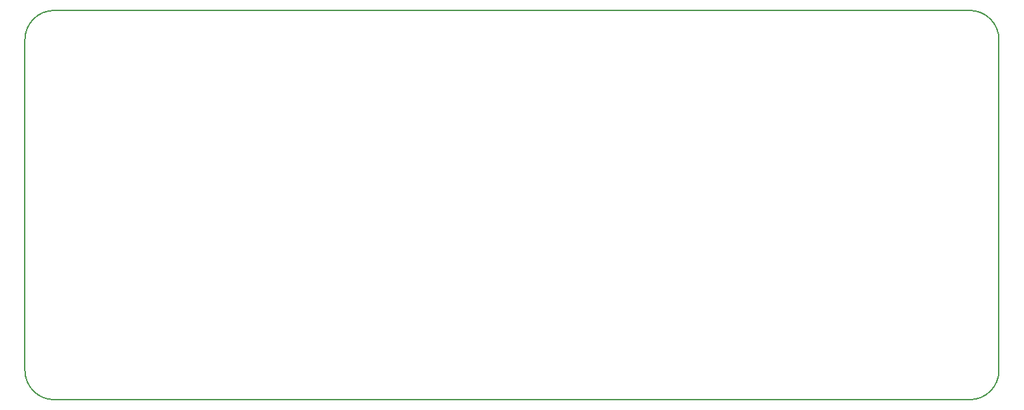
<source format=gbr>
G04 (created by PCBNEW (2012-oct-18)-testing) date Fri 05 Jul 2013 12:34:19 PM EDT*
%MOIN*%
G04 Gerber Fmt 3.4, Leading zero omitted, Abs format*
%FSLAX34Y34*%
G01*
G70*
G90*
G04 APERTURE LIST*
%ADD10C,0.002*%
%ADD11C,0.00590551*%
G04 APERTURE END LIST*
G54D10*
G54D11*
X58750Y-75000D02*
X58750Y-58000D01*
X107250Y-76500D02*
X60250Y-76500D01*
X108750Y-58000D02*
X108750Y-75000D01*
X60250Y-56500D02*
X107250Y-56500D01*
X107250Y-76500D02*
G75*
G03X108750Y-75000I0J1500D01*
G74*
G01*
X108750Y-58000D02*
G75*
G03X107250Y-56500I-1500J0D01*
G74*
G01*
X58750Y-75000D02*
G75*
G03X60250Y-76500I1500J0D01*
G74*
G01*
X60250Y-56500D02*
G75*
G03X58750Y-58000I0J-1500D01*
G74*
G01*
M02*

</source>
